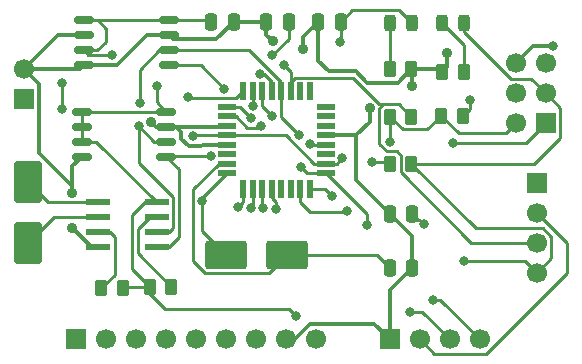
<source format=gbr>
%TF.GenerationSoftware,KiCad,Pcbnew,9.0.4*%
%TF.CreationDate,2025-12-07T17:14:32+03:30*%
%TF.ProjectId,MCU_Data logger003,4d43555f-4461-4746-9120-6c6f67676572,1*%
%TF.SameCoordinates,Original*%
%TF.FileFunction,Copper,L1,Top*%
%TF.FilePolarity,Positive*%
%FSLAX46Y46*%
G04 Gerber Fmt 4.6, Leading zero omitted, Abs format (unit mm)*
G04 Created by KiCad (PCBNEW 9.0.4) date 2025-12-07 17:14:32*
%MOMM*%
%LPD*%
G01*
G04 APERTURE LIST*
G04 Aperture macros list*
%AMRoundRect*
0 Rectangle with rounded corners*
0 $1 Rounding radius*
0 $2 $3 $4 $5 $6 $7 $8 $9 X,Y pos of 4 corners*
0 Add a 4 corners polygon primitive as box body*
4,1,4,$2,$3,$4,$5,$6,$7,$8,$9,$2,$3,0*
0 Add four circle primitives for the rounded corners*
1,1,$1+$1,$2,$3*
1,1,$1+$1,$4,$5*
1,1,$1+$1,$6,$7*
1,1,$1+$1,$8,$9*
0 Add four rect primitives between the rounded corners*
20,1,$1+$1,$2,$3,$4,$5,0*
20,1,$1+$1,$4,$5,$6,$7,0*
20,1,$1+$1,$6,$7,$8,$9,0*
20,1,$1+$1,$8,$9,$2,$3,0*%
G04 Aperture macros list end*
%TA.AperFunction,SMDPad,CuDef*%
%ADD10RoundRect,0.243750X-0.243750X-0.456250X0.243750X-0.456250X0.243750X0.456250X-0.243750X0.456250X0*%
%TD*%
%TA.AperFunction,SMDPad,CuDef*%
%ADD11RoundRect,0.250000X-0.250000X-0.475000X0.250000X-0.475000X0.250000X0.475000X-0.250000X0.475000X0*%
%TD*%
%TA.AperFunction,SMDPad,CuDef*%
%ADD12RoundRect,0.250000X-0.262500X-0.450000X0.262500X-0.450000X0.262500X0.450000X-0.262500X0.450000X0*%
%TD*%
%TA.AperFunction,ComponentPad*%
%ADD13R,1.700000X1.700000*%
%TD*%
%TA.AperFunction,ComponentPad*%
%ADD14C,1.700000*%
%TD*%
%TA.AperFunction,SMDPad,CuDef*%
%ADD15RoundRect,0.250000X0.250000X0.475000X-0.250000X0.475000X-0.250000X-0.475000X0.250000X-0.475000X0*%
%TD*%
%TA.AperFunction,SMDPad,CuDef*%
%ADD16RoundRect,0.162500X-0.650000X-0.162500X0.650000X-0.162500X0.650000X0.162500X-0.650000X0.162500X0*%
%TD*%
%TA.AperFunction,SMDPad,CuDef*%
%ADD17RoundRect,0.250000X0.262500X0.450000X-0.262500X0.450000X-0.262500X-0.450000X0.262500X-0.450000X0*%
%TD*%
%TA.AperFunction,SMDPad,CuDef*%
%ADD18RoundRect,0.073750X-0.911250X-0.221250X0.911250X-0.221250X0.911250X0.221250X-0.911250X0.221250X0*%
%TD*%
%TA.AperFunction,SMDPad,CuDef*%
%ADD19RoundRect,0.068750X-0.666250X-0.206250X0.666250X-0.206250X0.666250X0.206250X-0.666250X0.206250X0*%
%TD*%
%TA.AperFunction,SMDPad,CuDef*%
%ADD20RoundRect,0.068750X-0.206250X-0.666250X0.206250X-0.666250X0.206250X0.666250X-0.206250X0.666250X0*%
%TD*%
%TA.AperFunction,SMDPad,CuDef*%
%ADD21RoundRect,0.250001X0.949999X-1.499999X0.949999X1.499999X-0.949999X1.499999X-0.949999X-1.499999X0*%
%TD*%
%TA.AperFunction,SMDPad,CuDef*%
%ADD22RoundRect,0.250001X-1.499999X-0.949999X1.499999X-0.949999X1.499999X0.949999X-1.499999X0.949999X0*%
%TD*%
%TA.AperFunction,ViaPad*%
%ADD23C,0.800000*%
%TD*%
%TA.AperFunction,ViaPad*%
%ADD24C,0.900000*%
%TD*%
%TA.AperFunction,Conductor*%
%ADD25C,0.350000*%
%TD*%
%TA.AperFunction,Conductor*%
%ADD26C,0.250000*%
%TD*%
G04 APERTURE END LIST*
D10*
%TO.P,D2,1,K*%
%TO.N,Net-(D2-K)*%
X134356400Y-94363000D03*
%TO.P,D2,2,A*%
%TO.N,/Vcc*%
X136231400Y-94363000D03*
%TD*%
D11*
%TO.P,C2,2*%
%TO.N,GND*%
X136223900Y-115089400D03*
%TO.P,C2,1*%
%TO.N,Net-(U4-PB6)*%
X134323900Y-115089400D03*
%TD*%
D12*
%TO.P,R4,2*%
%TO.N,/SCK*%
X136166400Y-106301000D03*
%TO.P,R4,1*%
%TO.N,/Vcc*%
X134341400Y-106301000D03*
%TD*%
D11*
%TO.P,C4,2*%
%TO.N,Net-(U4-AREF)*%
X136223900Y-110517400D03*
%TO.P,C4,1*%
%TO.N,GND*%
X134323900Y-110517400D03*
%TD*%
D12*
%TO.P,R7,2*%
%TO.N,GND*%
X136166400Y-98274600D03*
%TO.P,R7,1*%
%TO.N,Net-(D2-K)*%
X134341400Y-98274600D03*
%TD*%
%TO.P,R3,2*%
%TO.N,/SDA*%
X136166400Y-102287800D03*
%TO.P,R3,1*%
%TO.N,/Vcc*%
X134341400Y-102287800D03*
%TD*%
%TO.P,R6,2*%
%TO.N,/RESET*%
X140498400Y-102198200D03*
%TO.P,R6,1*%
%TO.N,/Vcc*%
X138673400Y-102198200D03*
%TD*%
D10*
%TO.P,D1,2,A*%
%TO.N,/SCK*%
X140625000Y-94375000D03*
%TO.P,D1,1,K*%
%TO.N,Net-(D1-K)*%
X138750000Y-94375000D03*
%TD*%
D12*
%TO.P,R5,2*%
%TO.N,Net-(D1-K)*%
X140600000Y-98489800D03*
%TO.P,R5,1*%
%TO.N,GND*%
X138775000Y-98489800D03*
%TD*%
D13*
%TO.P,J4,1,Pin_1*%
%TO.N,/MISO*%
X147561700Y-102859000D03*
D14*
%TO.P,J4,2,Pin_2*%
%TO.N,/Vcc*%
X145021700Y-102859000D03*
%TO.P,J4,3,Pin_3*%
%TO.N,/SCK*%
X147561700Y-100319000D03*
%TO.P,J4,4,Pin_4*%
%TO.N,/MOSI*%
X145021700Y-100319000D03*
%TO.P,J4,5,Pin_5*%
%TO.N,/RESET*%
X147561700Y-97779000D03*
%TO.P,J4,6,Pin_6*%
%TO.N,GND*%
X145021700Y-97779000D03*
%TD*%
D11*
%TO.P,C1,1*%
%TO.N,/Vcc*%
X119225500Y-94273800D03*
%TO.P,C1,2*%
%TO.N,GND*%
X121125500Y-94273800D03*
%TD*%
D15*
%TO.P,C3,1*%
%TO.N,Net-(U4-PB7)*%
X125799100Y-94273800D03*
%TO.P,C3,2*%
%TO.N,GND*%
X123899100Y-94273800D03*
%TD*%
D16*
%TO.P,U3,1,A0*%
%TO.N,/Vcc*%
X108460000Y-94146800D03*
%TO.P,U3,2,A1*%
%TO.N,GND*%
X108460000Y-95416800D03*
%TO.P,U3,3,A2*%
%TO.N,/Vcc*%
X108460000Y-96686800D03*
%TO.P,U3,4,GND*%
%TO.N,GND*%
X108460000Y-97956800D03*
%TO.P,U3,5,SDA*%
%TO.N,/SDA*%
X115635000Y-97956800D03*
%TO.P,U3,6,SCL*%
%TO.N,/SCK*%
X115635000Y-96686800D03*
%TO.P,U3,7,WP*%
%TO.N,GND*%
X115635000Y-95416800D03*
%TO.P,U3,8,VCC*%
%TO.N,/Vcc*%
X115635000Y-94146800D03*
%TD*%
D13*
%TO.P,BT1,1,+*%
%TO.N,/Vcc*%
X103360700Y-100827000D03*
D14*
%TO.P,BT1,2,-*%
%TO.N,GND*%
X103360700Y-98287000D03*
%TD*%
D17*
%TO.P,R1,1*%
%TO.N,/Vcc*%
X111740800Y-116778200D03*
%TO.P,R1,2*%
%TO.N,Net-(U2-~{INTA})*%
X109915800Y-116778200D03*
%TD*%
D18*
%TO.P,U2,1,X1*%
%TO.N,Net-(U2-X1)*%
X109674100Y-109539200D03*
%TO.P,U2,2,X2*%
%TO.N,Net-(U2-X2)*%
X109674100Y-110809200D03*
%TO.P,U2,3,~{INTA}*%
%TO.N,Net-(U2-~{INTA})*%
X109674100Y-112079200D03*
%TO.P,U2,4,GND*%
%TO.N,GND*%
X109674100Y-113349200D03*
%TO.P,U2,5,SDA*%
%TO.N,/SDA*%
X114624100Y-113349200D03*
%TO.P,U2,6,SCL*%
%TO.N,/SCK*%
X114624100Y-112079200D03*
%TO.P,U2,7,SQW/~INT*%
%TO.N,Net-(U2-SQW{slash}~INT)*%
X114624100Y-110809200D03*
%TO.P,U2,8,VCC*%
%TO.N,/Vcc*%
X114624100Y-109539200D03*
%TD*%
D19*
%TO.P,U4,1,PD3*%
%TO.N,/D3*%
X120573900Y-101463000D03*
%TO.P,U4,2,PD4*%
%TO.N,/D4*%
X120573900Y-102263000D03*
%TO.P,U4,3,GND*%
%TO.N,GND*%
X120573900Y-103063000D03*
%TO.P,U4,4,VCC*%
%TO.N,/Vcc*%
X120573900Y-103863000D03*
%TO.P,U4,5,GND*%
%TO.N,GND*%
X120573900Y-104663000D03*
%TO.P,U4,6,VCC*%
%TO.N,unconnected-(U4-VCC-Pad6)*%
X120573900Y-105463000D03*
%TO.P,U4,7,PB6*%
%TO.N,Net-(U4-PB6)*%
X120573900Y-106263000D03*
%TO.P,U4,8,PB7*%
%TO.N,Net-(U4-PB7)*%
X120573900Y-107063000D03*
D20*
%TO.P,U4,9,PD5*%
%TO.N,/D5*%
X121943900Y-108433000D03*
%TO.P,U4,10,PD6*%
%TO.N,/D6*%
X122743900Y-108433000D03*
%TO.P,U4,11,PD7*%
%TO.N,/D7*%
X123543900Y-108433000D03*
%TO.P,U4,12,PB0*%
%TO.N,/D8*%
X124343900Y-108433000D03*
%TO.P,U4,13,PB1*%
%TO.N,unconnected-(U4-PB1-Pad13)*%
X125143900Y-108433000D03*
%TO.P,U4,14,PB2*%
%TO.N,unconnected-(U4-PB2-Pad14)*%
X125943900Y-108433000D03*
%TO.P,U4,15,PB3*%
%TO.N,/MOSI*%
X126743900Y-108433000D03*
%TO.P,U4,16,PB4*%
%TO.N,/MISO*%
X127543900Y-108433000D03*
D19*
%TO.P,U4,17,PB5*%
%TO.N,/SCK*%
X128913900Y-107063000D03*
%TO.P,U4,18,AVCC*%
%TO.N,/Vcc*%
X128913900Y-106263000D03*
%TO.P,U4,19,ADC6*%
%TO.N,unconnected-(U4-ADC6-Pad19)*%
X128913900Y-105463000D03*
%TO.P,U4,20,AREF*%
%TO.N,Net-(U4-AREF)*%
X128913900Y-104663000D03*
%TO.P,U4,21,GND*%
%TO.N,GND*%
X128913900Y-103863000D03*
%TO.P,U4,22,ADC7*%
%TO.N,unconnected-(U4-ADC7-Pad22)*%
X128913900Y-103063000D03*
%TO.P,U4,23,PC0*%
%TO.N,unconnected-(U4-PC0-Pad23)*%
X128913900Y-102263000D03*
%TO.P,U4,24,PC1*%
%TO.N,unconnected-(U4-PC1-Pad24)*%
X128913900Y-101463000D03*
D20*
%TO.P,U4,25,PC2*%
%TO.N,unconnected-(U4-PC2-Pad25)*%
X127543900Y-100093000D03*
%TO.P,U4,26,PC3*%
%TO.N,unconnected-(U4-PC3-Pad26)*%
X126743900Y-100093000D03*
%TO.P,U4,27,PC4*%
%TO.N,/SDA*%
X125943900Y-100093000D03*
%TO.P,U4,28,PC5*%
%TO.N,/SCK*%
X125143900Y-100093000D03*
%TO.P,U4,29,PC6/~{RESET}*%
%TO.N,/RESET*%
X124343900Y-100093000D03*
%TO.P,U4,30,PD0*%
%TO.N,/RX*%
X123543900Y-100093000D03*
%TO.P,U4,31,PD1*%
%TO.N,/TX*%
X122743900Y-100093000D03*
%TO.P,U4,32,PD2*%
%TO.N,/D2*%
X121943900Y-100093000D03*
%TD*%
D13*
%TO.P,J3,1,Pin_1*%
%TO.N,/D2*%
X107780300Y-121096200D03*
D14*
%TO.P,J3,2,Pin_2*%
%TO.N,/D3*%
X110320300Y-121096200D03*
%TO.P,J3,3,Pin_3*%
%TO.N,/D4*%
X112860300Y-121096200D03*
%TO.P,J3,4,Pin_4*%
%TO.N,/D5*%
X115400300Y-121096200D03*
%TO.P,J3,5,Pin_5*%
%TO.N,/D6*%
X117940300Y-121096200D03*
%TO.P,J3,6,Pin_6*%
%TO.N,/D7*%
X120480300Y-121096200D03*
%TO.P,J3,7,Pin_7*%
%TO.N,/D8*%
X123020300Y-121096200D03*
%TO.P,J3,8,Pin_8*%
%TO.N,GND*%
X125560300Y-121096200D03*
%TO.P,J3,9,Pin_9*%
%TO.N,/Vcc*%
X128100300Y-121096200D03*
%TD*%
D21*
%TO.P,Y1,1,1*%
%TO.N,Net-(U2-X2)*%
X103716300Y-113028200D03*
%TO.P,Y1,2,2*%
%TO.N,Net-(U2-X1)*%
X103716300Y-107828200D03*
%TD*%
D22*
%TO.P,Y2,1,1*%
%TO.N,Net-(U4-PB7)*%
X120471100Y-113984200D03*
%TO.P,Y2,2,2*%
%TO.N,Net-(U4-PB6)*%
X125671100Y-113984200D03*
%TD*%
D13*
%TO.P,J2,1,Pin_1*%
%TO.N,GND*%
X134348700Y-121147000D03*
D14*
%TO.P,J2,2,Pin_2*%
%TO.N,/Vcc*%
X136888700Y-121147000D03*
%TO.P,J2,3,Pin_3*%
%TO.N,/RX*%
X139428700Y-121147000D03*
%TO.P,J2,4,Pin_4*%
%TO.N,/TX*%
X141968700Y-121147000D03*
%TD*%
D13*
%TO.P,J1,1,Pin_1*%
%TO.N,GND*%
X146773900Y-107903000D03*
D14*
%TO.P,J1,2,Pin_2*%
%TO.N,/Vcc*%
X146773900Y-110443000D03*
%TO.P,J1,3,Pin_3*%
%TO.N,/SDA*%
X146773900Y-112983000D03*
%TO.P,J1,4,Pin_4*%
%TO.N,/SCK*%
X146773900Y-115523000D03*
%TD*%
D12*
%TO.P,R2,1*%
%TO.N,/Vcc*%
X114030600Y-116676600D03*
%TO.P,R2,2*%
%TO.N,Net-(U2-SQW{slash}~INT)*%
X115855600Y-116676600D03*
%TD*%
D16*
%TO.P,U1,1,A0*%
%TO.N,/Vcc*%
X108256800Y-101868400D03*
%TO.P,U1,2,A1*%
X108256800Y-103138400D03*
%TO.P,U1,3,A2*%
X108256800Y-104408400D03*
%TO.P,U1,4,GND*%
%TO.N,GND*%
X108256800Y-105678400D03*
%TO.P,U1,5,SDA*%
%TO.N,/SDA*%
X115431800Y-105678400D03*
%TO.P,U1,6,SCL*%
%TO.N,/SCK*%
X115431800Y-104408400D03*
%TO.P,U1,7,WP*%
%TO.N,GND*%
X115431800Y-103138400D03*
%TO.P,U1,8,VCC*%
%TO.N,/Vcc*%
X115431800Y-101868400D03*
%TD*%
D15*
%TO.P,C5,1*%
%TO.N,/Vcc*%
X130167900Y-94273800D03*
%TO.P,C5,2*%
%TO.N,GND*%
X128267900Y-94273800D03*
%TD*%
D23*
%TO.N,/D2*%
X106578400Y-99428000D03*
D24*
%TO.N,GND*%
X127000000Y-96520000D03*
X124421512Y-95908660D03*
D23*
%TO.N,/RX*%
X136023900Y-118813000D03*
%TO.N,/RESET*%
X123366263Y-98708000D03*
%TO.N,/D2*%
X117273900Y-100653000D03*
D24*
%TO.N,GND*%
X114119781Y-102732207D03*
D23*
%TO.N,/SCK*%
X132413900Y-111483000D03*
X140623900Y-114503000D03*
%TO.N,GND*%
X148143900Y-96303000D03*
%TO.N,/SDA*%
X119188900Y-105603000D03*
%TO.N,/SCK*%
X113073900Y-103073000D03*
X113173900Y-101093400D03*
%TO.N,/Vcc*%
X110793900Y-97043000D03*
X114653900Y-99663000D03*
%TO.N,/MISO*%
X129443900Y-109013000D03*
X139707792Y-104536892D03*
%TO.N,/D8*%
X124671416Y-110075273D03*
%TO.N,/D7*%
X123623903Y-110003000D03*
%TO.N,/D6*%
X122573900Y-110003000D03*
%TO.N,/D5*%
X121461908Y-109981008D03*
%TO.N,/D4*%
X123463900Y-103088000D03*
%TO.N,/D3*%
X122613900Y-102433000D03*
%TO.N,Net-(U4-AREF)*%
X137213900Y-111383000D03*
X127563900Y-104613000D03*
D24*
%TO.N,GND*%
X136223900Y-99663000D03*
X132627900Y-101593969D03*
D23*
%TO.N,/SDA*%
X125343900Y-97933001D03*
X120293900Y-99913000D03*
%TO.N,/SCK*%
X126623900Y-103823000D03*
X126823900Y-106593000D03*
%TO.N,/RESET*%
X141094258Y-100873358D03*
%TO.N,/Vcc*%
X126373900Y-119153000D03*
%TO.N,/MOSI*%
X130681908Y-110244992D03*
D24*
%TO.N,GND*%
X139193900Y-96893000D03*
D23*
%TO.N,/Vcc*%
X132813900Y-106143000D03*
X134393900Y-104450000D03*
X130285003Y-105809908D03*
X130133900Y-95953000D03*
X117638900Y-103963400D03*
D24*
%TO.N,GND*%
X107433900Y-108713000D03*
X107433900Y-111683000D03*
D23*
%TO.N,Net-(U4-PB7)*%
X124403900Y-97093000D03*
X118463900Y-109463000D03*
%TO.N,/TX*%
X122768901Y-101394501D03*
X138003900Y-117773000D03*
%TO.N,/RX*%
X124353900Y-102233000D03*
%TO.N,/D2*%
X106578400Y-101600000D03*
%TD*%
D25*
%TO.N,GND*%
X131445000Y-107638500D02*
X131445000Y-103886000D01*
X131445000Y-103886000D02*
X131468000Y-103863000D01*
X134323900Y-110517400D02*
X131445000Y-107638500D01*
X128913900Y-103863000D02*
X131191000Y-103863000D01*
X132627900Y-102703100D02*
X132627900Y-101593969D01*
X131468000Y-103863000D02*
X132627900Y-102703100D01*
X131191000Y-103863000D02*
X131468000Y-103863000D01*
D26*
%TO.N,/D2*%
X106578400Y-99428000D02*
X106578400Y-101600000D01*
X121347900Y-100689000D02*
X121943900Y-100093000D01*
X117309900Y-100689000D02*
X121347900Y-100689000D01*
X117273900Y-100653000D02*
X117309900Y-100689000D01*
D25*
%TO.N,GND*%
X127000000Y-96520000D02*
X127000000Y-95541700D01*
X123899100Y-95386248D02*
X124421512Y-95908660D01*
X127000000Y-95541700D02*
X128267900Y-94273800D01*
X123899100Y-94273800D02*
X123899100Y-95386248D01*
D26*
%TO.N,/Vcc*%
X149358735Y-113027835D02*
X146773900Y-110443000D01*
X149358735Y-115490791D02*
X149358735Y-113027835D01*
X142476526Y-122373000D02*
X149358735Y-115490791D01*
X138114700Y-122373000D02*
X142476526Y-122373000D01*
X136888700Y-121147000D02*
X138114700Y-122373000D01*
%TO.N,/SCK*%
X144601874Y-99093000D02*
X140625000Y-95116126D01*
X140625000Y-95116126D02*
X140625000Y-94375000D01*
X146335700Y-99093000D02*
X144601874Y-99093000D01*
X147561700Y-100319000D02*
X146335700Y-99093000D01*
%TO.N,/Vcc*%
X140184200Y-103709000D02*
X144171700Y-103709000D01*
X144171700Y-103709000D02*
X145021700Y-102859000D01*
X138673400Y-102198200D02*
X140184200Y-103709000D01*
%TO.N,/RESET*%
X123693900Y-98708000D02*
X123366263Y-98708000D01*
X124343900Y-99358000D02*
X123693900Y-98708000D01*
X124343900Y-100093000D02*
X124343900Y-99358000D01*
D25*
%TO.N,GND*%
X133021900Y-119820200D02*
X134348700Y-121147000D01*
X127571763Y-119820200D02*
X133021900Y-119820200D01*
X126295763Y-121096200D02*
X127571763Y-119820200D01*
X125560300Y-121096200D02*
X126295763Y-121096200D01*
D26*
%TO.N,/Vcc*%
X136231400Y-94363000D02*
X135155400Y-93287000D01*
X135155400Y-93287000D02*
X131154700Y-93287000D01*
%TO.N,Net-(D2-K)*%
X134356400Y-94550500D02*
X134341400Y-94565500D01*
X134356400Y-94363000D02*
X134356400Y-94550500D01*
X134341400Y-94565500D02*
X134341400Y-98274600D01*
D25*
%TO.N,GND*%
X131443759Y-98431000D02*
X129161900Y-98431000D01*
X132413359Y-99400600D02*
X131443759Y-98431000D01*
X128267900Y-97537000D02*
X128267900Y-94273800D01*
X135040400Y-99400600D02*
X132413359Y-99400600D01*
X129161900Y-98431000D02*
X128267900Y-97537000D01*
X136166400Y-98274600D02*
X135040400Y-99400600D01*
D26*
%TO.N,/SDA*%
X133445327Y-101211800D02*
X135090400Y-101211800D01*
X131215527Y-98982000D02*
X133445327Y-101211800D01*
X125943900Y-99358000D02*
X126319900Y-98982000D01*
X126319900Y-98982000D02*
X131215527Y-98982000D01*
X125943900Y-100093000D02*
X125943900Y-99358000D01*
D25*
%TO.N,GND*%
X107433900Y-108713000D02*
X107433900Y-108132864D01*
X107433900Y-108132864D02*
X104636700Y-105335664D01*
X104636700Y-105335664D02*
X104636700Y-99563000D01*
X104636700Y-99563000D02*
X103360700Y-98287000D01*
X114525974Y-103138400D02*
X114119781Y-102732207D01*
X115431800Y-103138400D02*
X114525974Y-103138400D01*
X136223900Y-115089400D02*
X136223900Y-112417400D01*
X136223900Y-112417400D02*
X134323900Y-110517400D01*
D26*
%TO.N,/SCK*%
X132413900Y-110563000D02*
X128913900Y-107063000D01*
X132413900Y-111483000D02*
X132413900Y-110563000D01*
X145753900Y-114503000D02*
X140623900Y-114503000D01*
X146773900Y-115523000D02*
X145753900Y-114503000D01*
%TO.N,/MOSI*%
X126743900Y-109483000D02*
X126743900Y-108433000D01*
X130681908Y-110244992D02*
X130573900Y-110353000D01*
X130573900Y-110353000D02*
X127613900Y-110353000D01*
X127613900Y-110353000D02*
X126743900Y-109483000D01*
%TO.N,Net-(U4-AREF)*%
X136721908Y-111015408D02*
X136223900Y-110517400D01*
X136846308Y-111015408D02*
X136721908Y-111015408D01*
X137213900Y-111383000D02*
X136846308Y-111015408D01*
D25*
%TO.N,GND*%
X134348700Y-116964600D02*
X134348700Y-121147000D01*
X136223900Y-115089400D02*
X134348700Y-116964600D01*
D26*
%TO.N,Net-(D1-K)*%
X138750000Y-94375000D02*
X140600000Y-96225000D01*
X140600000Y-96225000D02*
X140600000Y-98489800D01*
D25*
%TO.N,GND*%
X146497700Y-96303000D02*
X148143900Y-96303000D01*
X145021700Y-97779000D02*
X146497700Y-96303000D01*
D26*
%TO.N,/SDA*%
X115507200Y-105603000D02*
X119188900Y-105603000D01*
X115431800Y-105678400D02*
X115507200Y-105603000D01*
X116486100Y-106732700D02*
X115431800Y-105678400D01*
X116486100Y-112472200D02*
X116486100Y-106732700D01*
X115609100Y-113349200D02*
X116486100Y-112472200D01*
X114624100Y-113349200D02*
X115609100Y-113349200D01*
%TO.N,/SCK*%
X115985100Y-111703200D02*
X115609100Y-112079200D01*
X115985100Y-109129614D02*
X115985100Y-111703200D01*
X113073900Y-106218414D02*
X115985100Y-109129614D01*
X113073900Y-103073000D02*
X113073900Y-106218414D01*
X115609100Y-112079200D02*
X114624100Y-112079200D01*
X113073900Y-103073000D02*
X114409300Y-104408400D01*
X113173900Y-98335401D02*
X113173900Y-101093400D01*
X114822501Y-96686800D02*
X113173900Y-98335401D01*
X115635000Y-96686800D02*
X114822501Y-96686800D01*
X114409300Y-104408400D02*
X115431800Y-104408400D01*
%TO.N,/Vcc*%
X108816200Y-97043000D02*
X108460000Y-96686800D01*
X110793900Y-97043000D02*
X108816200Y-97043000D01*
X114653900Y-101090500D02*
X114653900Y-99663000D01*
X115431800Y-101868400D02*
X114653900Y-101090500D01*
X109493300Y-104408400D02*
X114624100Y-109539200D01*
X108256800Y-104408400D02*
X109493300Y-104408400D01*
X108256800Y-101868400D02*
X108256800Y-103138400D01*
X108256800Y-103138400D02*
X108256800Y-104408400D01*
X108256800Y-101868400D02*
X115431800Y-101868400D01*
%TO.N,/MISO*%
X145883808Y-104536892D02*
X147561700Y-102859000D01*
X139707792Y-104536892D02*
X145883808Y-104536892D01*
X128863900Y-108433000D02*
X129443900Y-109013000D01*
X127543900Y-108433000D02*
X128863900Y-108433000D01*
%TO.N,/D8*%
X124671416Y-109495516D02*
X124671416Y-110075273D01*
X124343900Y-109168000D02*
X124671416Y-109495516D01*
X124343900Y-108433000D02*
X124343900Y-109168000D01*
%TO.N,/D7*%
X123543900Y-109922997D02*
X123623903Y-110003000D01*
X123543900Y-108433000D02*
X123543900Y-109922997D01*
%TO.N,/D6*%
X122743900Y-109833000D02*
X122573900Y-110003000D01*
X122743900Y-108433000D02*
X122743900Y-109833000D01*
%TO.N,/D5*%
X121943900Y-109499016D02*
X121461908Y-109981008D01*
X121943900Y-108433000D02*
X121943900Y-109499016D01*
%TO.N,/Vcc*%
X113813900Y-117023000D02*
X113813900Y-116709900D01*
X114063900Y-116709900D02*
X114030600Y-116676600D01*
X115343900Y-118553000D02*
X113813900Y-117023000D01*
X125773900Y-118553000D02*
X115343900Y-118553000D01*
X126373900Y-119153000D02*
X125773900Y-118553000D01*
X113813900Y-116709900D02*
X114063900Y-116709900D01*
%TO.N,Net-(U4-PB6)*%
X118704874Y-115560200D02*
X124095100Y-115560200D01*
X117687900Y-114543226D02*
X118704874Y-115560200D01*
X117687900Y-108414000D02*
X117687900Y-114543226D01*
X119838900Y-106263000D02*
X117687900Y-108414000D01*
X120573900Y-106263000D02*
X119838900Y-106263000D01*
X124095100Y-115560200D02*
X125671100Y-113984200D01*
%TO.N,/D4*%
X123342900Y-103209000D02*
X123463900Y-103088000D01*
X122223278Y-103209000D02*
X123342900Y-103209000D01*
X121277278Y-102263000D02*
X122223278Y-103209000D01*
X120573900Y-102263000D02*
X121277278Y-102263000D01*
%TO.N,/D3*%
X121643900Y-101463000D02*
X122613900Y-102433000D01*
X120573900Y-101463000D02*
X121643900Y-101463000D01*
D25*
%TO.N,GND*%
X116244299Y-103138400D02*
X115431800Y-103138400D01*
X116670300Y-103564401D02*
X116244299Y-103138400D01*
X117296759Y-104789400D02*
X116670300Y-104162941D01*
X118507441Y-104663000D02*
X118381041Y-104789400D01*
X118381041Y-104789400D02*
X117296759Y-104789400D01*
X116670300Y-104162941D02*
X116670300Y-103564401D01*
X120573900Y-104663000D02*
X118507441Y-104663000D01*
D26*
%TO.N,Net-(U4-AREF)*%
X127613900Y-104663000D02*
X127563900Y-104613000D01*
X128913900Y-104663000D02*
X127613900Y-104663000D01*
D25*
%TO.N,GND*%
X136223900Y-98332100D02*
X136166400Y-98274600D01*
X136223900Y-99663000D02*
X136223900Y-98332100D01*
D26*
%TO.N,/SDA*%
X135090400Y-101211800D02*
X136166400Y-102287800D01*
X125943900Y-98533001D02*
X125943900Y-100093000D01*
X125343900Y-97933001D02*
X125943900Y-98533001D01*
X118337700Y-97956800D02*
X120293900Y-99913000D01*
X115635000Y-97956800D02*
X118337700Y-97956800D01*
%TO.N,/SCK*%
X127293900Y-107063000D02*
X128913900Y-107063000D01*
X126823900Y-106593000D02*
X127293900Y-107063000D01*
X125143900Y-102343000D02*
X126623900Y-103823000D01*
X125143900Y-100093000D02*
X125143900Y-102343000D01*
X141622400Y-111757000D02*
X136166400Y-106301000D01*
X147999900Y-112475174D02*
X147281726Y-111757000D01*
X147999900Y-114297000D02*
X147999900Y-112475174D01*
X146773900Y-115523000D02*
X147999900Y-114297000D01*
X147281726Y-111757000D02*
X141622400Y-111757000D01*
%TO.N,/SDA*%
X133812674Y-101211800D02*
X135090400Y-101211800D01*
X133452900Y-101571574D02*
X133812674Y-101211800D01*
X133452900Y-104606430D02*
X133452900Y-101571574D01*
X134072470Y-105226000D02*
X133452900Y-104606430D01*
X134919126Y-105226000D02*
X134072470Y-105226000D01*
X135277900Y-105584774D02*
X134919126Y-105226000D01*
X135277900Y-107017226D02*
X135277900Y-105584774D01*
X141243674Y-112983000D02*
X135277900Y-107017226D01*
X146773900Y-112983000D02*
X141243674Y-112983000D01*
%TO.N,/SCK*%
X148787700Y-101545000D02*
X148787700Y-104085000D01*
X147561700Y-100319000D02*
X148787700Y-101545000D01*
X148787700Y-104085000D02*
X146571700Y-106301000D01*
X146571700Y-106301000D02*
X136166400Y-106301000D01*
%TO.N,/RESET*%
X141094258Y-100873358D02*
X141094258Y-101602342D01*
X141094258Y-101602342D02*
X140498400Y-102198200D01*
D25*
%TO.N,GND*%
X139193900Y-98070900D02*
X138775000Y-98489800D01*
X139193900Y-96893000D02*
X139193900Y-98070900D01*
D26*
%TO.N,/Vcc*%
X134183400Y-106143000D02*
X134341400Y-106301000D01*
X132813900Y-106143000D02*
X134183400Y-106143000D01*
X134341400Y-104397500D02*
X134393900Y-104450000D01*
X134341400Y-102287800D02*
X134341400Y-104397500D01*
X137507800Y-103363800D02*
X135417400Y-103363800D01*
X135417400Y-103363800D02*
X134341400Y-102287800D01*
X138673400Y-102198200D02*
X137507800Y-103363800D01*
D25*
%TO.N,GND*%
X138559800Y-98274600D02*
X138775000Y-98489800D01*
X136166400Y-98274600D02*
X138559800Y-98274600D01*
D26*
%TO.N,/Vcc*%
X129831911Y-106263000D02*
X128913900Y-106263000D01*
X130285003Y-105809908D02*
X129831911Y-106263000D01*
X130167900Y-95919000D02*
X130133900Y-95953000D01*
X130167900Y-94273800D02*
X130167900Y-95919000D01*
X131154700Y-93287000D02*
X130167900Y-94273800D01*
X117739300Y-103863000D02*
X117638900Y-103963400D01*
X120573900Y-103863000D02*
X117739300Y-103863000D01*
X127912522Y-106263000D02*
X128913900Y-106263000D01*
X125512522Y-103863000D02*
X127912522Y-106263000D01*
X120573900Y-103863000D02*
X125512522Y-103863000D01*
X112522900Y-115168900D02*
X114030600Y-116676600D01*
X112522900Y-110655400D02*
X112522900Y-115168900D01*
X113639100Y-109539200D02*
X112522900Y-110655400D01*
X114624100Y-109539200D02*
X113639100Y-109539200D01*
X111842400Y-116676600D02*
X111740800Y-116778200D01*
X114030600Y-116676600D02*
X111842400Y-116676600D01*
%TO.N,Net-(U2-SQW{slash}~INT)*%
X114047700Y-110809200D02*
X114624100Y-110809200D01*
X113023900Y-113844900D02*
X113023900Y-111833000D01*
X113023900Y-111833000D02*
X114047700Y-110809200D01*
X115855600Y-116676600D02*
X113023900Y-113844900D01*
D25*
%TO.N,GND*%
X107433900Y-106501300D02*
X108256800Y-105678400D01*
X107433900Y-108713000D02*
X107433900Y-106501300D01*
X109674100Y-113349200D02*
X109100100Y-113349200D01*
X109100100Y-113349200D02*
X107433900Y-111683000D01*
D26*
%TO.N,Net-(U4-PB6)*%
X133218700Y-113984200D02*
X134323900Y-115089400D01*
X125671100Y-113984200D02*
X133218700Y-113984200D01*
%TO.N,Net-(U4-PB7)*%
X118463900Y-111977000D02*
X118463900Y-109463000D01*
X120471100Y-113984200D02*
X118463900Y-111977000D01*
X118463900Y-109173000D02*
X118463900Y-109463000D01*
X120573900Y-107063000D02*
X118463900Y-109173000D01*
X125799100Y-95697800D02*
X124403900Y-97093000D01*
X125799100Y-94273800D02*
X125799100Y-95697800D01*
D25*
%TO.N,GND*%
X121125500Y-94273800D02*
X123899100Y-94273800D01*
X115959999Y-95741799D02*
X115635000Y-95416800D01*
X121125500Y-94273800D02*
X119657501Y-95741799D01*
X119657501Y-95741799D02*
X115959999Y-95741799D01*
X120498500Y-103138400D02*
X120573900Y-103063000D01*
X115431800Y-103138400D02*
X120498500Y-103138400D01*
D26*
%TO.N,/SCK*%
X125143900Y-99389622D02*
X125143900Y-100093000D01*
X115635000Y-96686800D02*
X122441078Y-96686800D01*
X122441078Y-96686800D02*
X125143900Y-99389622D01*
D25*
%TO.N,GND*%
X113817732Y-95416800D02*
X115635000Y-95416800D01*
X111277732Y-97956800D02*
X113817732Y-95416800D01*
X108460000Y-97956800D02*
X111277732Y-97956800D01*
D26*
%TO.N,Net-(U2-~{INTA})*%
X110659100Y-112079200D02*
X109674100Y-112079200D01*
X111035100Y-112455200D02*
X110659100Y-112079200D01*
X111035100Y-115658900D02*
X111035100Y-112455200D01*
X109915800Y-116778200D02*
X111035100Y-115658900D01*
%TO.N,Net-(U2-X2)*%
X105935300Y-110809200D02*
X109674100Y-110809200D01*
X103716300Y-113028200D02*
X105935300Y-110809200D01*
%TO.N,Net-(U2-X1)*%
X105427300Y-109539200D02*
X109674100Y-109539200D01*
X103716300Y-107828200D02*
X105427300Y-109539200D01*
D25*
%TO.N,GND*%
X106230900Y-95416800D02*
X108460000Y-95416800D01*
X103360700Y-98287000D02*
X106230900Y-95416800D01*
X108129800Y-98287000D02*
X108460000Y-97956800D01*
X103360700Y-98287000D02*
X108129800Y-98287000D01*
D26*
%TO.N,/Vcc*%
X110303900Y-94846800D02*
X109603900Y-94146800D01*
X109570100Y-96686800D02*
X110303900Y-95953000D01*
X109603900Y-94146800D02*
X108460000Y-94146800D01*
X108460000Y-96686800D02*
X109570100Y-96686800D01*
X110303900Y-95953000D02*
X110303900Y-94846800D01*
X108460000Y-94146800D02*
X115635000Y-94146800D01*
X119098500Y-94146800D02*
X119225500Y-94273800D01*
X115635000Y-94146800D02*
X119098500Y-94146800D01*
%TO.N,/TX*%
X122743900Y-100093000D02*
X122743900Y-101369500D01*
X138594700Y-117773000D02*
X141968700Y-121147000D01*
X122743900Y-101369500D02*
X122768901Y-101394501D01*
X138003900Y-117773000D02*
X138594700Y-117773000D01*
%TO.N,/RX*%
X123543900Y-101423000D02*
X124353900Y-102233000D01*
X123543900Y-100093000D02*
X123543900Y-101423000D01*
X136023900Y-118813000D02*
X137094700Y-118813000D01*
X137094700Y-118813000D02*
X139428700Y-121147000D01*
%TD*%
M02*

</source>
